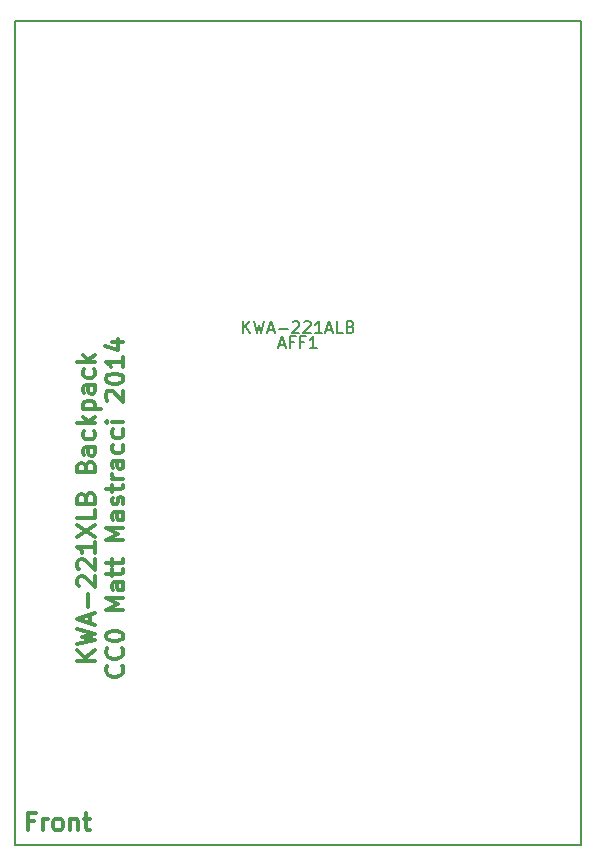
<source format=gto>
G04 (created by PCBNEW (2013-07-07 BZR 4022)-stable) date 9/9/2014 6:41:59 PM*
%MOIN*%
G04 Gerber Fmt 3.4, Leading zero omitted, Abs format*
%FSLAX34Y34*%
G01*
G70*
G90*
G04 APERTURE LIST*
%ADD10C,0.00590551*%
%ADD11C,0.011811*%
G04 APERTURE END LIST*
G54D10*
G54D11*
X19698Y-41929D02*
X19501Y-41929D01*
X19501Y-42239D02*
X19501Y-41648D01*
X19782Y-41648D01*
X20007Y-42239D02*
X20007Y-41845D01*
X20007Y-41957D02*
X20035Y-41901D01*
X20064Y-41873D01*
X20120Y-41845D01*
X20176Y-41845D01*
X20457Y-42239D02*
X20401Y-42210D01*
X20373Y-42182D01*
X20345Y-42126D01*
X20345Y-41957D01*
X20373Y-41901D01*
X20401Y-41873D01*
X20457Y-41845D01*
X20542Y-41845D01*
X20598Y-41873D01*
X20626Y-41901D01*
X20654Y-41957D01*
X20654Y-42126D01*
X20626Y-42182D01*
X20598Y-42210D01*
X20542Y-42239D01*
X20457Y-42239D01*
X20907Y-41845D02*
X20907Y-42239D01*
X20907Y-41901D02*
X20935Y-41873D01*
X20992Y-41845D01*
X21076Y-41845D01*
X21132Y-41873D01*
X21160Y-41929D01*
X21160Y-42239D01*
X21357Y-41845D02*
X21582Y-41845D01*
X21442Y-41648D02*
X21442Y-42154D01*
X21470Y-42210D01*
X21526Y-42239D01*
X21582Y-42239D01*
X21739Y-36575D02*
X21148Y-36575D01*
X21739Y-36238D02*
X21401Y-36491D01*
X21148Y-36238D02*
X21485Y-36575D01*
X21148Y-36041D02*
X21739Y-35901D01*
X21317Y-35788D01*
X21739Y-35676D01*
X21148Y-35535D01*
X21570Y-35338D02*
X21570Y-35057D01*
X21739Y-35394D02*
X21148Y-35197D01*
X21739Y-35001D01*
X21514Y-34804D02*
X21514Y-34354D01*
X21204Y-34101D02*
X21176Y-34073D01*
X21148Y-34016D01*
X21148Y-33876D01*
X21176Y-33820D01*
X21204Y-33791D01*
X21260Y-33763D01*
X21317Y-33763D01*
X21401Y-33791D01*
X21739Y-34129D01*
X21739Y-33763D01*
X21204Y-33538D02*
X21176Y-33510D01*
X21148Y-33454D01*
X21148Y-33313D01*
X21176Y-33257D01*
X21204Y-33229D01*
X21260Y-33201D01*
X21317Y-33201D01*
X21401Y-33229D01*
X21739Y-33566D01*
X21739Y-33201D01*
X21739Y-32638D02*
X21739Y-32976D01*
X21739Y-32807D02*
X21148Y-32807D01*
X21232Y-32863D01*
X21289Y-32920D01*
X21317Y-32976D01*
X21148Y-32442D02*
X21739Y-32048D01*
X21148Y-32048D02*
X21739Y-32442D01*
X21739Y-31542D02*
X21739Y-31823D01*
X21148Y-31823D01*
X21429Y-31148D02*
X21457Y-31064D01*
X21485Y-31035D01*
X21542Y-31007D01*
X21626Y-31007D01*
X21682Y-31035D01*
X21710Y-31064D01*
X21739Y-31120D01*
X21739Y-31345D01*
X21148Y-31345D01*
X21148Y-31148D01*
X21176Y-31092D01*
X21204Y-31064D01*
X21260Y-31035D01*
X21317Y-31035D01*
X21373Y-31064D01*
X21401Y-31092D01*
X21429Y-31148D01*
X21429Y-31345D01*
X21429Y-30107D02*
X21457Y-30023D01*
X21485Y-29995D01*
X21542Y-29967D01*
X21626Y-29967D01*
X21682Y-29995D01*
X21710Y-30023D01*
X21739Y-30079D01*
X21739Y-30304D01*
X21148Y-30304D01*
X21148Y-30107D01*
X21176Y-30051D01*
X21204Y-30023D01*
X21260Y-29995D01*
X21317Y-29995D01*
X21373Y-30023D01*
X21401Y-30051D01*
X21429Y-30107D01*
X21429Y-30304D01*
X21739Y-29461D02*
X21429Y-29461D01*
X21373Y-29489D01*
X21345Y-29545D01*
X21345Y-29658D01*
X21373Y-29714D01*
X21710Y-29461D02*
X21739Y-29517D01*
X21739Y-29658D01*
X21710Y-29714D01*
X21654Y-29742D01*
X21598Y-29742D01*
X21542Y-29714D01*
X21514Y-29658D01*
X21514Y-29517D01*
X21485Y-29461D01*
X21710Y-28926D02*
X21739Y-28983D01*
X21739Y-29095D01*
X21710Y-29151D01*
X21682Y-29179D01*
X21626Y-29208D01*
X21457Y-29208D01*
X21401Y-29179D01*
X21373Y-29151D01*
X21345Y-29095D01*
X21345Y-28983D01*
X21373Y-28926D01*
X21739Y-28673D02*
X21148Y-28673D01*
X21514Y-28617D02*
X21739Y-28448D01*
X21345Y-28448D02*
X21570Y-28673D01*
X21345Y-28195D02*
X21935Y-28195D01*
X21373Y-28195D02*
X21345Y-28139D01*
X21345Y-28026D01*
X21373Y-27970D01*
X21401Y-27942D01*
X21457Y-27914D01*
X21626Y-27914D01*
X21682Y-27942D01*
X21710Y-27970D01*
X21739Y-28026D01*
X21739Y-28139D01*
X21710Y-28195D01*
X21739Y-27408D02*
X21429Y-27408D01*
X21373Y-27436D01*
X21345Y-27492D01*
X21345Y-27605D01*
X21373Y-27661D01*
X21710Y-27408D02*
X21739Y-27464D01*
X21739Y-27605D01*
X21710Y-27661D01*
X21654Y-27689D01*
X21598Y-27689D01*
X21542Y-27661D01*
X21514Y-27605D01*
X21514Y-27464D01*
X21485Y-27408D01*
X21710Y-26874D02*
X21739Y-26930D01*
X21739Y-27042D01*
X21710Y-27098D01*
X21682Y-27127D01*
X21626Y-27155D01*
X21457Y-27155D01*
X21401Y-27127D01*
X21373Y-27098D01*
X21345Y-27042D01*
X21345Y-26930D01*
X21373Y-26874D01*
X21739Y-26620D02*
X21148Y-26620D01*
X21514Y-26564D02*
X21739Y-26395D01*
X21345Y-26395D02*
X21570Y-26620D01*
X22627Y-36744D02*
X22655Y-36772D01*
X22683Y-36857D01*
X22683Y-36913D01*
X22655Y-36997D01*
X22599Y-37053D01*
X22543Y-37082D01*
X22430Y-37110D01*
X22346Y-37110D01*
X22233Y-37082D01*
X22177Y-37053D01*
X22121Y-36997D01*
X22093Y-36913D01*
X22093Y-36857D01*
X22121Y-36772D01*
X22149Y-36744D01*
X22627Y-36154D02*
X22655Y-36182D01*
X22683Y-36266D01*
X22683Y-36322D01*
X22655Y-36407D01*
X22599Y-36463D01*
X22543Y-36491D01*
X22430Y-36519D01*
X22346Y-36519D01*
X22233Y-36491D01*
X22177Y-36463D01*
X22121Y-36407D01*
X22093Y-36322D01*
X22093Y-36266D01*
X22121Y-36182D01*
X22149Y-36154D01*
X22093Y-35788D02*
X22093Y-35732D01*
X22121Y-35676D01*
X22149Y-35647D01*
X22205Y-35619D01*
X22318Y-35591D01*
X22458Y-35591D01*
X22571Y-35619D01*
X22627Y-35647D01*
X22655Y-35676D01*
X22683Y-35732D01*
X22683Y-35788D01*
X22655Y-35844D01*
X22627Y-35872D01*
X22571Y-35901D01*
X22458Y-35929D01*
X22318Y-35929D01*
X22205Y-35901D01*
X22149Y-35872D01*
X22121Y-35844D01*
X22093Y-35788D01*
X22683Y-34888D02*
X22093Y-34888D01*
X22515Y-34691D01*
X22093Y-34494D01*
X22683Y-34494D01*
X22683Y-33960D02*
X22374Y-33960D01*
X22318Y-33988D01*
X22290Y-34044D01*
X22290Y-34157D01*
X22318Y-34213D01*
X22655Y-33960D02*
X22683Y-34016D01*
X22683Y-34157D01*
X22655Y-34213D01*
X22599Y-34241D01*
X22543Y-34241D01*
X22487Y-34213D01*
X22458Y-34157D01*
X22458Y-34016D01*
X22430Y-33960D01*
X22290Y-33763D02*
X22290Y-33538D01*
X22093Y-33679D02*
X22599Y-33679D01*
X22655Y-33651D01*
X22683Y-33595D01*
X22683Y-33538D01*
X22290Y-33426D02*
X22290Y-33201D01*
X22093Y-33341D02*
X22599Y-33341D01*
X22655Y-33313D01*
X22683Y-33257D01*
X22683Y-33201D01*
X22683Y-32554D02*
X22093Y-32554D01*
X22515Y-32357D01*
X22093Y-32160D01*
X22683Y-32160D01*
X22683Y-31626D02*
X22374Y-31626D01*
X22318Y-31654D01*
X22290Y-31710D01*
X22290Y-31823D01*
X22318Y-31879D01*
X22655Y-31626D02*
X22683Y-31682D01*
X22683Y-31823D01*
X22655Y-31879D01*
X22599Y-31907D01*
X22543Y-31907D01*
X22487Y-31879D01*
X22458Y-31823D01*
X22458Y-31682D01*
X22430Y-31626D01*
X22655Y-31373D02*
X22683Y-31317D01*
X22683Y-31204D01*
X22655Y-31148D01*
X22599Y-31120D01*
X22571Y-31120D01*
X22515Y-31148D01*
X22487Y-31204D01*
X22487Y-31289D01*
X22458Y-31345D01*
X22402Y-31373D01*
X22374Y-31373D01*
X22318Y-31345D01*
X22290Y-31289D01*
X22290Y-31204D01*
X22318Y-31148D01*
X22290Y-30951D02*
X22290Y-30726D01*
X22093Y-30867D02*
X22599Y-30867D01*
X22655Y-30839D01*
X22683Y-30782D01*
X22683Y-30726D01*
X22683Y-30529D02*
X22290Y-30529D01*
X22402Y-30529D02*
X22346Y-30501D01*
X22318Y-30473D01*
X22290Y-30417D01*
X22290Y-30361D01*
X22683Y-29911D02*
X22374Y-29911D01*
X22318Y-29939D01*
X22290Y-29995D01*
X22290Y-30107D01*
X22318Y-30164D01*
X22655Y-29911D02*
X22683Y-29967D01*
X22683Y-30107D01*
X22655Y-30164D01*
X22599Y-30192D01*
X22543Y-30192D01*
X22487Y-30164D01*
X22458Y-30107D01*
X22458Y-29967D01*
X22430Y-29911D01*
X22655Y-29376D02*
X22683Y-29433D01*
X22683Y-29545D01*
X22655Y-29601D01*
X22627Y-29629D01*
X22571Y-29658D01*
X22402Y-29658D01*
X22346Y-29629D01*
X22318Y-29601D01*
X22290Y-29545D01*
X22290Y-29433D01*
X22318Y-29376D01*
X22655Y-28870D02*
X22683Y-28926D01*
X22683Y-29039D01*
X22655Y-29095D01*
X22627Y-29123D01*
X22571Y-29151D01*
X22402Y-29151D01*
X22346Y-29123D01*
X22318Y-29095D01*
X22290Y-29039D01*
X22290Y-28926D01*
X22318Y-28870D01*
X22683Y-28617D02*
X22290Y-28617D01*
X22093Y-28617D02*
X22121Y-28645D01*
X22149Y-28617D01*
X22121Y-28589D01*
X22093Y-28617D01*
X22149Y-28617D01*
X22149Y-27914D02*
X22121Y-27886D01*
X22093Y-27830D01*
X22093Y-27689D01*
X22121Y-27633D01*
X22149Y-27605D01*
X22205Y-27577D01*
X22262Y-27577D01*
X22346Y-27605D01*
X22683Y-27942D01*
X22683Y-27577D01*
X22093Y-27211D02*
X22093Y-27155D01*
X22121Y-27098D01*
X22149Y-27070D01*
X22205Y-27042D01*
X22318Y-27014D01*
X22458Y-27014D01*
X22571Y-27042D01*
X22627Y-27070D01*
X22655Y-27098D01*
X22683Y-27155D01*
X22683Y-27211D01*
X22655Y-27267D01*
X22627Y-27295D01*
X22571Y-27323D01*
X22458Y-27352D01*
X22318Y-27352D01*
X22205Y-27323D01*
X22149Y-27295D01*
X22121Y-27267D01*
X22093Y-27211D01*
X22683Y-26452D02*
X22683Y-26789D01*
X22683Y-26620D02*
X22093Y-26620D01*
X22177Y-26677D01*
X22233Y-26733D01*
X22262Y-26789D01*
X22290Y-25946D02*
X22683Y-25946D01*
X22065Y-26086D02*
X22487Y-26227D01*
X22487Y-25861D01*
G54D10*
X19070Y-15259D02*
X37929Y-15259D01*
X37929Y-15259D02*
X37929Y-42740D01*
X37929Y-42740D02*
X19070Y-42740D01*
X19070Y-42740D02*
X19070Y-15259D01*
X27881Y-26046D02*
X28068Y-26046D01*
X27843Y-26159D02*
X27975Y-25765D01*
X28106Y-26159D01*
X28368Y-25953D02*
X28237Y-25953D01*
X28237Y-26159D02*
X28237Y-25765D01*
X28425Y-25765D01*
X28706Y-25953D02*
X28574Y-25953D01*
X28574Y-26159D02*
X28574Y-25765D01*
X28762Y-25765D01*
X29118Y-26159D02*
X28893Y-26159D01*
X29006Y-26159D02*
X29006Y-25765D01*
X28968Y-25821D01*
X28931Y-25859D01*
X28893Y-25878D01*
X26672Y-25659D02*
X26672Y-25265D01*
X26897Y-25659D02*
X26728Y-25434D01*
X26897Y-25265D02*
X26672Y-25490D01*
X27028Y-25265D02*
X27122Y-25659D01*
X27197Y-25378D01*
X27272Y-25659D01*
X27365Y-25265D01*
X27497Y-25546D02*
X27684Y-25546D01*
X27459Y-25659D02*
X27590Y-25265D01*
X27721Y-25659D01*
X27853Y-25509D02*
X28153Y-25509D01*
X28321Y-25303D02*
X28340Y-25284D01*
X28378Y-25265D01*
X28471Y-25265D01*
X28509Y-25284D01*
X28528Y-25303D01*
X28546Y-25340D01*
X28546Y-25378D01*
X28528Y-25434D01*
X28303Y-25659D01*
X28546Y-25659D01*
X28696Y-25303D02*
X28715Y-25284D01*
X28753Y-25265D01*
X28846Y-25265D01*
X28884Y-25284D01*
X28903Y-25303D01*
X28921Y-25340D01*
X28921Y-25378D01*
X28903Y-25434D01*
X28678Y-25659D01*
X28921Y-25659D01*
X29296Y-25659D02*
X29071Y-25659D01*
X29184Y-25659D02*
X29184Y-25265D01*
X29146Y-25321D01*
X29109Y-25359D01*
X29071Y-25378D01*
X29446Y-25546D02*
X29634Y-25546D01*
X29409Y-25659D02*
X29540Y-25265D01*
X29671Y-25659D01*
X29990Y-25659D02*
X29802Y-25659D01*
X29802Y-25265D01*
X30252Y-25453D02*
X30309Y-25471D01*
X30327Y-25490D01*
X30346Y-25528D01*
X30346Y-25584D01*
X30327Y-25621D01*
X30309Y-25640D01*
X30271Y-25659D01*
X30121Y-25659D01*
X30121Y-25265D01*
X30252Y-25265D01*
X30290Y-25284D01*
X30309Y-25303D01*
X30327Y-25340D01*
X30327Y-25378D01*
X30309Y-25415D01*
X30290Y-25434D01*
X30252Y-25453D01*
X30121Y-25453D01*
M02*

</source>
